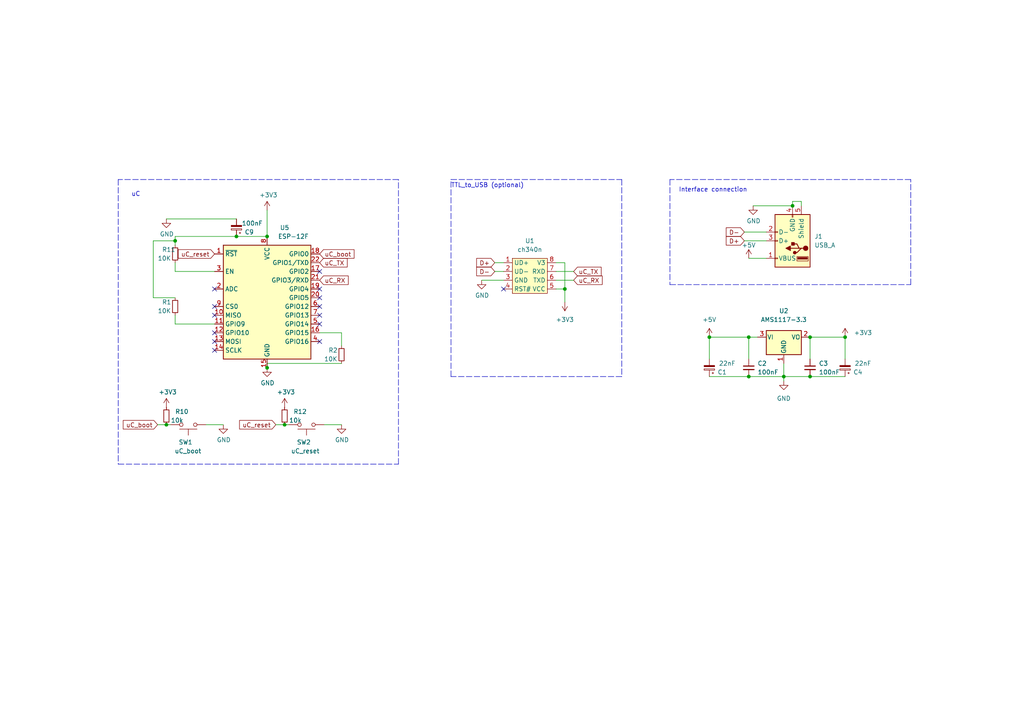
<source format=kicad_sch>
(kicad_sch (version 20211123) (generator eeschema)
  (paper "A4")
  (title_block (title "Fullaxis") (date "2021-03-10") (rev "1") (company "David Ávila Quezada") (comment 2 "www.github.com/debaq/fullaxis") (comment 4 "Receptor sistema de evaluación del equilibrio"))
  (lib_symbols
    (symbol "Connector:USB_A" (pin_names (offset 1.016))
      (property "Reference" "J" (at -5.08 11.43 0))
      (property "Value" "USB_A" (at -5.08 8.89 0))
      (symbol "USB_A_0_1"
        (rectangle (start -5.08 -7.62) (end 5.08 7.62) (stroke (width 0.254)) (fill (type background)))
        (circle (center -3.81 2.159) (radius 0.635) (stroke (width 0.254)) (fill (type outline)))
        (rectangle (start -1.524 4.826) (end -4.318 5.334) (fill (type outline)))
        (rectangle (start -1.27 4.572) (end -4.572 5.842))
        (circle (center -0.635 3.429) (radius 0.381) (stroke (width 0.254)) (fill (type outline)))
        (rectangle (start -0.127 -7.62) (end 0.127 -6.858))
        (polyline (pts (xy -3.175 2.159) (xy -2.54 2.159) (xy -1.27 3.429) (xy -0.635 3.429)) (stroke (width 0.254)))
        (polyline (pts (xy -2.54 2.159) (xy -1.905 2.159) (xy -1.27 0.889) (xy 0 0.889)) (stroke (width 0.254)))
        (polyline (pts (xy 0.635 2.794) (xy 0.635 1.524) (xy 1.905 2.159) (xy 0.635 2.794)) (stroke (width 0.254)) (fill (type outline)))
        (rectangle (start 0.254 1.27) (end -0.508 0.508) (stroke (width 0.254)) (fill (type outline)))
        (rectangle (start 5.08 -2.667) (end 4.318 -2.413))
        (rectangle (start 5.08 -0.127) (end 4.318 0.127))
        (rectangle (start 5.08 4.953) (end 4.318 5.207))
      )
      (symbol "USB_A_1_1"
        (polyline (pts (xy -1.905 2.159) (xy 0.635 2.159)) (stroke (width 0.254)))
        (pin power_in line (at 7.62 5.08 180) (length 2.54) (name "VBUS") (number "1"))
        (pin bidirectional line (at 7.62 -2.54 180) (length 2.54) (name "D-") (number "2"))
        (pin bidirectional line (at 7.62 0 180) (length 2.54) (name "D+") (number "3"))
        (pin power_in line (at 0 -10.16 90) (length 2.54) (name "GND") (number "4"))
        (pin passive line (at -2.54 -10.16 90) (length 2.54) (name "Shield") (number "5"))
      )
    )
    (symbol "Device:CP_Small" (pin_numbers hide) (pin_names (offset 0.254) hide)
      (property "Reference" "C" (at 0.254 1.778 0))
      (property "Value" "Device_CP_Small" (at 0.254 -2.032 0))
      (symbol "CP_Small_0_1"
        (rectangle (start -1.524 -0.3048) (end 1.524 -0.6858) (fill (type outline)))
        (rectangle (start -1.524 0.6858) (end 1.524 0.3048))
        (polyline (pts (xy -1.27 1.524) (xy -0.762 1.524)))
        (polyline (pts (xy -1.016 1.27) (xy -1.016 1.778)))
      )
      (symbol "CP_Small_1_1"
        (pin passive line (at 0 2.54 270) (length 1.8542) (name "~") (number "1"))
        (pin passive line (at 0 -2.54 90) (length 1.8542) (name "~") (number "2"))
      )
    )
    (symbol "Device:C_Small" (pin_numbers hide) (pin_names (offset 0.254) hide)
      (property "Reference" "C" (at 0.254 1.778 0))
      (property "Value" "C_Small" (at 0.254 -2.032 0))
      (symbol "C_Small_0_1"
        (polyline (pts (xy -1.524 -0.508) (xy 1.524 -0.508)) (stroke (width 0.3302)))
        (polyline (pts (xy -1.524 0.508) (xy 1.524 0.508)) (stroke (width 0.3048)))
      )
      (symbol "C_Small_1_1"
        (pin passive line (at 0 2.54 270) (length 2.032) (name "~") (number "1"))
        (pin passive line (at 0 -2.54 90) (length 2.032) (name "~") (number "2"))
      )
    )
    (symbol "Device:R_Small" (pin_numbers hide) (pin_names (offset 0.254) hide)
      (property "Reference" "R" (at 0.762 0.508 0))
      (property "Value" "R_Small" (at 0.762 -1.016 0))
      (symbol "R_Small_0_1"
        (rectangle (start -0.762 1.778) (end 0.762 -1.778) (stroke (width 0.2032)))
      )
      (symbol "R_Small_1_1"
        (pin passive line (at 0 2.54 270) (length 0.762) (name "~") (number "1"))
        (pin passive line (at 0 -2.54 90) (length 0.762) (name "~") (number "2"))
      )
    )
    (symbol "RF_Module:ESP-12F"
      (property "Reference" "U" (at -12.7 19.05 0))
      (property "Value" "ESP-12F" (at 12.7 19.05 0))
      (symbol "ESP-12F_0_1"
        (rectangle (start -12.7 17.78) (end 12.7 -15.24) (stroke (width 0.254)) (fill (type background)))
      )
      (symbol "ESP-12F_1_1"
        (pin input line (at -15.24 15.24 0) (length 2.54) (name "~{RST}") (number "1"))
        (pin bidirectional line (at -15.24 -2.54 0) (length 2.54) (name "MISO") (number "10"))
        (pin bidirectional line (at -15.24 -5.08 0) (length 2.54) (name "GPIO9") (number "11"))
        (pin bidirectional line (at -15.24 -7.62 0) (length 2.54) (name "GPIO10") (number "12"))
        (pin bidirectional line (at -15.24 -10.16 0) (length 2.54) (name "MOSI") (number "13"))
        (pin bidirectional line (at -15.24 -12.7 0) (length 2.54) (name "SCLK") (number "14"))
        (pin power_in line (at 0 -17.78 90) (length 2.54) (name "GND") (number "15"))
        (pin bidirectional line (at 15.24 -7.62 180) (length 2.54) (name "GPIO15") (number "16"))
        (pin bidirectional line (at 15.24 10.16 180) (length 2.54) (name "GPIO2") (number "17"))
        (pin bidirectional line (at 15.24 15.24 180) (length 2.54) (name "GPIO0") (number "18"))
        (pin bidirectional line (at 15.24 5.08 180) (length 2.54) (name "GPIO4") (number "19"))
        (pin input line (at -15.24 5.08 0) (length 2.54) (name "ADC") (number "2"))
        (pin bidirectional line (at 15.24 2.54 180) (length 2.54) (name "GPIO5") (number "20"))
        (pin bidirectional line (at 15.24 7.62 180) (length 2.54) (name "GPIO3/RXD") (number "21"))
        (pin bidirectional line (at 15.24 12.7 180) (length 2.54) (name "GPIO1/TXD") (number "22"))
        (pin input line (at -15.24 10.16 0) (length 2.54) (name "EN") (number "3"))
        (pin bidirectional line (at 15.24 -10.16 180) (length 2.54) (name "GPIO16") (number "4"))
        (pin bidirectional line (at 15.24 -5.08 180) (length 2.54) (name "GPIO14") (number "5"))
        (pin bidirectional line (at 15.24 0 180) (length 2.54) (name "GPIO12") (number "6"))
        (pin bidirectional line (at 15.24 -2.54 180) (length 2.54) (name "GPIO13") (number "7"))
        (pin power_in line (at 0 20.32 270) (length 2.54) (name "VCC") (number "8"))
        (pin input line (at -15.24 0 0) (length 2.54) (name "CS0") (number "9"))
      )
    )
    (symbol "Regulator_Linear:AMS1117-3.3" (pin_names (offset 0.254))
      (property "Reference" "U" (at -3.81 3.175 0))
      (property "Value" "AMS1117-3.3" (at 0 3.175 0))
      (symbol "AMS1117-3.3_0_1"
        (rectangle (start -5.08 -5.08) (end 5.08 1.905) (stroke (width 0.254)) (fill (type background)))
      )
      (symbol "AMS1117-3.3_1_1"
        (pin power_in line (at 0 -7.62 90) (length 2.54) (name "GND") (number "1"))
        (pin power_out line (at 7.62 0 180) (length 2.54) (name "VO") (number "2"))
        (pin power_in line (at -7.62 0 0) (length 2.54) (name "VI") (number "3"))
      )
    )
    (symbol "Switch:SW_Push" (pin_numbers hide) (pin_names (offset 1.016) hide)
      (property "Reference" "SW" (at 1.27 2.54 0))
      (property "Value" "SW_Push" (at 0 -1.524 0))
      (symbol "SW_Push_0_1"
        (circle (center -2.032 0) (radius 0.508))
        (polyline (pts (xy 0 1.27) (xy 0 3.048)))
        (polyline (pts (xy 2.54 1.27) (xy -2.54 1.27)))
        (circle (center 2.032 0) (radius 0.508))
        (pin passive line (at -5.08 0 0) (length 2.54) (name "1") (number "1"))
        (pin passive line (at 5.08 0 180) (length 2.54) (name "2") (number "2"))
      )
    )
    (symbol "ch340:ch340n"
      (property "Reference" "U" (at 7.62 3.81 0))
      (property "Value" "ch340n" (at 1.27 3.81 0))
      (symbol "ch340n_0_1"
        (rectangle (start -2.54 2.54) (end 7.62 -7.62) (fill (type background)))
      )
      (symbol "ch340n_1_1"
        (pin bidirectional line (at -5.08 1.27 0) (length 2.54) (name "UD+") (number "1"))
        (pin bidirectional line (at -5.08 -1.27 0) (length 2.54) (name "UD-") (number "2"))
        (pin power_in line (at -5.08 -3.81 0) (length 2.54) (name "GND") (number "3"))
        (pin input line (at -5.08 -6.35 0) (length 2.54) (name "RST#") (number "4"))
        (pin power_in line (at 10.16 -6.35 180) (length 2.54) (name "VCC") (number "5"))
        (pin output line (at 10.16 -3.81 180) (length 2.54) (name "TXD") (number "6"))
        (pin input line (at 10.16 -1.27 180) (length 2.54) (name "RXD") (number "7"))
        (pin power_out line (at 10.16 1.27 180) (length 2.54) (name "V3") (number "8"))
      )
    )
    (symbol "power:+3.3V" (power) (pin_names (offset 0))
      (property "Value" "+3.3V" (at 0 3.556 0))
      (symbol "+3.3V_0_1"
        (polyline (pts (xy -0.762 1.27) (xy 0 2.54)))
        (polyline (pts (xy 0 0) (xy 0 2.54)))
        (polyline (pts (xy 0 2.54) (xy 0.762 1.27)))
      )
      (symbol "+3.3V_1_1"
        (pin power_in line (at 0 0 90) (length 0) hide (name "+3V3") (number "1"))
      )
    )
    (symbol "power:+5V" (power) (pin_names (offset 0))
      (property "Value" "+5V" (at 0 3.556 0))
      (symbol "+5V_0_1"
        (polyline (pts (xy -0.762 1.27) (xy 0 2.54)))
        (polyline (pts (xy 0 0) (xy 0 2.54)))
        (polyline (pts (xy 0 2.54) (xy 0.762 1.27)))
      )
      (symbol "+5V_1_1"
        (pin power_in line (at 0 0 90) (length 0) hide (name "+5V") (number "1"))
      )
    )
    (symbol "power:GND" (power) (pin_names (offset 0))
      (property "Value" "GND" (at 0 -3.81 0))
      (symbol "GND_0_1"
        (polyline (pts (xy 0 0) (xy 0 -1.27) (xy 1.27 -1.27) (xy 0 -2.54) (xy -1.27 -1.27) (xy 0 -1.27)))
      )
      (symbol "GND_1_1"
        (pin power_in line (at 0 0 270) (length 0) hide (name "GND") (number "1"))
      )
    )
  )
  (junction (at 205.74 97.79))
  (junction (at 217.17 109.22))
  (junction (at 234.95 109.22))
  (junction (at 217.17 97.79))
  (junction (at 77.47 68.58))
  (junction (at 77.47 106.68))
  (junction (at 48.26 123.19))
  (junction (at 227.33 109.22))
  (junction (at 50.8 69.85))
  (junction (at 229.87 59.69))
  (junction (at 82.55 123.19))
  (junction (at 68.58 68.58))
  (junction (at 245.11 97.79))
  (junction (at 163.83 83.82))
  (junction (at 234.95 97.79))
  (no_connect (at 92.71 78.74))
  (no_connect (at 92.71 99.06))
  (no_connect (at 92.71 83.82))
  (no_connect (at 92.71 86.36))
  (no_connect (at 92.71 88.9))
  (no_connect (at 92.71 91.44))
  (no_connect (at 92.71 93.98))
  (no_connect (at 146.05 83.82))
  (no_connect (at 62.23 83.82))
  (no_connect (at 62.23 101.6))
  (no_connect (at 62.23 99.06))
  (no_connect (at 62.23 96.52))
  (no_connect (at 62.23 91.44))
  (no_connect (at 62.23 88.9))
  (polyline (pts (xy 34.29 134.62) (xy 115.57 134.62)))
  (wire (pts (xy 62.23 93.98) (xy 50.8 93.98)))
  (wire (pts (xy 205.74 97.79) (xy 217.17 97.79)))
  (polyline (pts (xy 115.57 134.62) (xy 115.57 52.07)))
  (wire (pts (xy 205.74 97.79) (xy 205.74 104.14)))
  (wire (pts (xy 227.33 109.22) (xy 227.33 110.49)))
  (wire (pts (xy 245.11 97.79) (xy 245.11 104.14)))
  (wire (pts (xy 50.8 93.98) (xy 50.8 91.44)))
  (polyline (pts (xy 180.34 109.22) (xy 130.81 109.22)))
  (wire (pts (xy 227.33 109.22) (xy 234.95 109.22)))
  (wire (pts (xy 232.41 58.42) (xy 229.87 58.42)))
  (wire (pts (xy 217.17 97.79) (xy 219.71 97.79)))
  (wire (pts (xy 234.95 97.79) (xy 234.95 104.14)))
  (wire (pts (xy 99.06 100.33) (xy 99.06 96.52)))
  (wire (pts (xy 50.8 69.85) (xy 50.8 71.12)))
  (polyline (pts (xy 115.57 52.07) (xy 34.29 52.07)))
  (wire (pts (xy 50.8 86.36) (xy 44.45 86.36)))
  (wire (pts (xy 229.87 58.42) (xy 229.87 59.69)))
  (wire (pts (xy 99.06 105.41) (xy 77.47 105.41)))
  (polyline (pts (xy 194.31 82.55) (xy 264.16 82.55)))
  (wire (pts (xy 50.8 76.2) (xy 50.8 78.74)))
  (wire (pts (xy 139.7 81.28) (xy 146.05 81.28)))
  (wire (pts (xy 163.83 83.82) (xy 161.29 83.82)))
  (wire (pts (xy 161.29 76.2) (xy 163.83 76.2)))
  (wire (pts (xy 217.17 109.22) (xy 227.33 109.22)))
  (wire (pts (xy 77.47 68.58) (xy 68.58 68.58)))
  (wire (pts (xy 163.83 83.82) (xy 163.83 87.63)))
  (wire (pts (xy 222.25 67.31) (xy 215.9 67.31)))
  (wire (pts (xy 163.83 76.2) (xy 163.83 83.82)))
  (wire (pts (xy 99.06 96.52) (xy 92.71 96.52)))
  (wire (pts (xy 59.69 123.19) (xy 64.77 123.19)))
  (polyline (pts (xy 264.16 82.55) (xy 264.16 52.07)))
  (wire (pts (xy 227.33 105.41) (xy 227.33 109.22)))
  (wire (pts (xy 217.17 97.79) (xy 217.17 104.14)))
  (wire (pts (xy 77.47 68.58) (xy 77.47 60.96)))
  (wire (pts (xy 234.95 97.79) (xy 245.11 97.79)))
  (polyline (pts (xy 180.34 52.07) (xy 180.34 109.22)))
  (wire (pts (xy 77.47 105.41) (xy 77.47 106.68)))
  (polyline (pts (xy 194.31 52.07) (xy 194.31 82.55)))
  (wire (pts (xy 146.05 78.74) (xy 143.51 78.74)))
  (wire (pts (xy 50.8 78.74) (xy 62.23 78.74)))
  (wire (pts (xy 48.26 63.5) (xy 68.58 63.5)))
  (wire (pts (xy 205.74 109.22) (xy 217.17 109.22)))
  (wire (pts (xy 166.37 78.74) (xy 161.29 78.74)))
  (wire (pts (xy 234.95 109.22) (xy 245.11 109.22)))
  (wire (pts (xy 229.87 59.69) (xy 218.44 59.69)))
  (wire (pts (xy 44.45 69.85) (xy 50.8 69.85)))
  (wire (pts (xy 83.82 123.19) (xy 82.55 123.19)))
  (wire (pts (xy 215.9 69.85) (xy 222.25 69.85)))
  (wire (pts (xy 50.8 68.58) (xy 68.58 68.58)))
  (wire (pts (xy 222.25 74.93) (xy 217.17 74.93)))
  (polyline (pts (xy 34.29 52.07) (xy 34.29 134.62)))
  (wire (pts (xy 48.26 123.19) (xy 49.53 123.19)))
  (polyline (pts (xy 264.16 52.07) (xy 194.31 52.07)))
  (wire (pts (xy 50.8 68.58) (xy 50.8 69.85)))
  (polyline (pts (xy 130.81 52.07) (xy 180.34 52.07)))
  (wire (pts (xy 93.98 123.19) (xy 99.06 123.19)))
  (wire (pts (xy 44.45 86.36) (xy 44.45 69.85)))
  (wire (pts (xy 232.41 59.69) (xy 232.41 58.42)))
  (wire (pts (xy 82.55 123.19) (xy 80.01 123.19)))
  (wire (pts (xy 146.05 76.2) (xy 143.51 76.2)))
  (polyline (pts (xy 130.81 109.22) (xy 130.81 52.07)))
  (wire (pts (xy 166.37 81.28) (xy 161.29 81.28)))
  (wire (pts (xy 48.26 123.19) (xy 45.72 123.19)))
  (text "TTL_to_USB (optional)" (at 130.81 54.61 0) (effects (font (size 1.27 1.27)) (justify left bottom)))
  (text "Interface connection" (at 196.85 55.88 0) (effects (font (size 1.27 1.27)) (justify left bottom)))
  (text "uC" (at 38.1 57.15 0) (effects (font (size 1.27 1.27)) (justify left bottom)))
  (global_label "D+" (shape input) (at 143.51 76.2 180) (property "Referencias entre hojas" "${INTERSHEET_REFS}" (effects hide)))
  (global_label "uC_reset" (shape input) (at 62.23 73.66 180) (property "Referencias entre hojas" "${INTERSHEET_REFS}" (effects hide)))
  (global_label "D-" (shape input) (at 215.9 67.31 180) (property "Referencias entre hojas" "${INTERSHEET_REFS}" (effects hide)))
  (global_label "uC_TX" (shape input) (at 92.71 76.2 0) (property "Referencias entre hojas" "${INTERSHEET_REFS}" (effects hide)))
  (global_label "uC_reset" (shape input) (at 80.01 123.19 180) (property "Referencias entre hojas" "${INTERSHEET_REFS}" (effects hide)))
  (global_label "uC_RX" (shape input) (at 92.71 81.28 0) (property "Referencias entre hojas" "${INTERSHEET_REFS}" (effects hide)))
  (global_label "uC_boot" (shape input) (at 92.71 73.66 0) (property "Referencias entre hojas" "${INTERSHEET_REFS}" (effects hide)))
  (global_label "uC_RX" (shape input) (at 166.37 81.28 0) (property "Referencias entre hojas" "${INTERSHEET_REFS}" (effects hide)))
  (global_label "uC_boot" (shape input) (at 45.72 123.19 180) (property "Referencias entre hojas" "${INTERSHEET_REFS}" (effects hide)))
  (global_label "uC_TX" (shape input) (at 166.37 78.74 0) (property "Referencias entre hojas" "${INTERSHEET_REFS}" (effects hide)))
  (global_label "D-" (shape input) (at 143.51 78.74 180) (property "Referencias entre hojas" "${INTERSHEET_REFS}" (effects hide)))
  (global_label "D+" (shape input) (at 215.9 69.85 180) (property "Referencias entre hojas" "${INTERSHEET_REFS}" (effects hide)))
  (symbol (lib_id "RF_Module:ESP-12F") (at 77.47 88.9 0) (unit 1)
    (property "Reference" "U5" (at 82.55 66.04 0))
    (property "Value" "ESP-12F" (at 85.09 68.58 0))
    (property "Footprint" "RF_Module:ESP-12E" (effects hide))
    (property "Datasheet" "http://wiki.ai-thinker.com/_media/esp8266/esp8266_series_modules_user_manual_v1.1.pdf" (effects hide))
  )
  (symbol (lib_id "power:GND") (at 48.26 63.5 0) (unit 1)
    (property "Reference" "#PWR0123" (effects hide))
    (property "Value" "GND" (at 48.387 67.8942 0))
  )
  (symbol (lib_id "power:GND") (at 218.44 59.69 0) (unit 1)
    (property "Reference" "#PWR0104" (effects hide))
    (property "Value" "GND" (at 218.567 64.0842 0))
  )
  (symbol (lib_id "power:+5V") (at 217.17 74.93 0) (unit 1)
    (property "Reference" "#PWR0105" (effects hide))
    (property "Value" "+5V" (at 217.17 71.12 0))
  )
  (symbol (lib_id "power:+3.3V") (at 77.47 60.96 0) (unit 1)
    (property "Reference" "#PWR0112" (effects hide))
    (property "Value" "+3.3V" (at 77.851 56.5658 0))
  )
  (symbol (lib_id "power:GND") (at 77.47 106.68 0) (unit 1)
    (property "Reference" "#PWR0114" (effects hide))
    (property "Value" "GND" (at 77.597 111.0742 0))
  )
  (symbol (lib_id "Switch:SW_Push") (at 54.61 123.19 180) (unit 1)
    (property "Reference" "SW1" (at 55.88 128.27 0) (effects (justify left)))
    (property "Value" "uC_boot" (at 58.42 130.81 0) (effects (justify left)))
    (property "Footprint" "Switches:TACTILE_SWITCH_SMD_6.0X3.5MM" (effects hide))
  )
  (symbol (lib_id "power:GND") (at 64.77 123.19 0) (unit 1)
    (property "Reference" "#PWR0115" (effects hide))
    (property "Value" "GND" (at 64.897 127.5842 0))
  )
  (symbol (lib_id "Switch:SW_Push") (at 88.9 123.19 180) (unit 1)
    (property "Reference" "SW2" (at 90.17 128.27 0) (effects (justify left)))
    (property "Value" "uC_reset" (at 92.71 130.81 0) (effects (justify left)))
    (property "Footprint" "Switches:TACTILE_SWITCH_SMD_6.0X3.5MM" (effects hide))
  )
  (symbol (lib_id "power:GND") (at 99.06 123.19 0) (unit 1)
    (property "Reference" "#PWR0116" (effects hide))
    (property "Value" "GND" (at 99.187 127.5842 0))
  )
  (symbol (lib_id "Device:R_Small") (at 82.55 120.65 0) (mirror y) (unit 1)
    (property "Reference" "R12" (at 85.09 119.38 0) (effects (justify right)))
    (property "Value" "10k" (at 83.82 121.92 0) (effects (justify right)))
    (property "Footprint" "Resistor_SMD:R_1206_3216Metric_Pad1.30x1.75mm_HandSolder" (effects hide))
  )
  (symbol (lib_id "power:+3.3V") (at 82.55 118.11 0) (unit 1)
    (property "Reference" "#PWR0117" (effects hide))
    (property "Value" "+3.3V" (at 82.931 113.7158 0))
  )
  (symbol (lib_id "Device:R_Small") (at 50.8 73.66 0) (unit 1)
    (property "Reference" "R11" (at 46.99 72.39 0) (effects (justify left)))
    (property "Value" "10K" (at 45.72 74.93 0) (effects (justify left)))
    (property "Footprint" "Resistor_SMD:R_1206_3216Metric_Pad1.30x1.75mm_HandSolder" (effects hide))
  )
  (symbol (lib_id "Device:R_Small") (at 48.26 120.65 0) (mirror y) (unit 1)
    (property "Reference" "R10" (at 50.8 119.38 0) (effects (justify right)))
    (property "Value" "10k" (at 49.53 121.92 0) (effects (justify right)))
    (property "Footprint" "Resistor_SMD:R_1206_3216Metric_Pad1.30x1.75mm_HandSolder" (effects hide))
  )
  (symbol (lib_id "power:+3.3V") (at 48.26 118.11 0) (unit 1)
    (property "Reference" "#PWR0118" (effects hide))
    (property "Value" "+3.3V" (at 48.641 113.7158 0))
  )
  (symbol (lib_id "Device:CP_Small") (at 68.58 66.04 180) (unit 1)
    (property "Reference" "C9" (at 73.66 67.31 0) (effects (justify left)))
    (property "Value" "100nF" (at 76.2 64.77 0) (effects (justify left)))
    (property "Footprint" "Capacitor_SMD:C_1206_3216Metric_Pad1.33x1.80mm_HandSolder" (effects hide))
  )
  (symbol (lib_id "ch340:ch340n") (at 151.13 77.47 0) (unit 1)
    (property "Reference" "U1" (at 153.67 69.85 0))
    (property "Value" "ch340n" (at 153.67 72.39 0))
    (property "Footprint" "ch340:SOIC-10" (effects hide))
  )
  (symbol (lib_id "power:+3.3V") (at 245.11 97.79 0) (unit 1)
    (property "Reference" "#PWR05" (effects hide))
    (property "Value" "+3.3V" (at 247.65 96.5199 0) (effects (justify left)))
  )
  (symbol (lib_id "Device:R_Small") (at 99.06 102.87 0) (unit 1)
    (property "Reference" "R2" (at 95.25 101.6 0) (effects (justify left)))
    (property "Value" "10K" (at 93.98 104.14 0) (effects (justify left)))
    (property "Footprint" "Resistor_SMD:R_1206_3216Metric_Pad1.30x1.75mm_HandSolder" (effects hide))
  )
  (symbol (lib_id "Device:R_Small") (at 50.8 88.9 0) (unit 1)
    (property "Reference" "R1" (at 46.99 87.63 0) (effects (justify left)))
    (property "Value" "10K" (at 45.72 90.17 0) (effects (justify left)))
    (property "Footprint" "Resistor_SMD:R_1206_3216Metric_Pad1.30x1.75mm_HandSolder" (effects hide))
  )
  (symbol (lib_id "Device:CP_Small") (at 245.11 106.68 180) (unit 1)
    (property "Reference" "C4" (at 250.19 107.95 0) (effects (justify left)))
    (property "Value" "22nF" (at 252.73 105.41 0) (effects (justify left)))
    (property "Footprint" "Capacitor_SMD:C_1206_3216Metric_Pad1.33x1.80mm_HandSolder" (effects hide))
  )
  (symbol (lib_id "Regulator_Linear:AMS1117-3.3") (at 227.33 97.79 0) (unit 1)
    (property "Reference" "U2" (at 227.33 90.17 0))
    (property "Value" "AMS1117-3.3" (at 227.33 92.71 0))
    (property "Footprint" "Package_TO_SOT_SMD:SOT-223-3_TabPin2" (effects hide))
    (property "Datasheet" "http://www.advanced-monolithic.com/pdf/ds1117.pdf" (effects hide))
  )
  (symbol (lib_id "Connector:USB_A") (at 229.87 69.85 180) (unit 1)
    (property "Reference" "J1" (at 236.22 68.5799 0) (effects (justify right)))
    (property "Value" "USB_A" (at 236.22 71.1199 0) (effects (justify right)))
    (property "Footprint" "Connector_USB:USB_A_CONNFLY_DS1095-WNR0" (effects hide))
    (property "Datasheet" " ~" (effects hide))
  )
  (symbol (lib_id "power:GND") (at 227.33 110.49 0) (unit 1)
    (property "Reference" "#PWR04" (effects hide))
    (property "Value" "GND" (at 227.33 115.57 0))
  )
  (symbol (lib_id "power:+5V") (at 205.74 97.79 0) (unit 1)
    (property "Reference" "#PWR03" (effects hide))
    (property "Value" "+5V" (at 205.74 92.71 0))
  )
  (symbol (lib_id "power:+3.3V") (at 163.83 87.63 180) (unit 1)
    (property "Reference" "#PWR02" (effects hide))
    (property "Value" "+3.3V" (at 163.83 92.71 0))
  )
  (symbol (lib_id "Device:C_Small") (at 217.17 106.68 0) (unit 1)
    (property "Reference" "C2" (at 219.71 105.4162 0) (effects (justify left)))
    (property "Value" "100nF" (at 219.71 107.9562 0) (effects (justify left)))
    (property "Footprint" "Capacitor_SMD:C_1210_3225Metric_Pad1.33x2.70mm_HandSolder" (effects hide))
  )
  (symbol (lib_id "Device:CP_Small") (at 205.74 106.68 180) (unit 1)
    (property "Reference" "C1" (at 210.82 107.95 0) (effects (justify left)))
    (property "Value" "22nF" (at 213.36 105.41 0) (effects (justify left)))
    (property "Footprint" "Capacitor_SMD:C_1206_3216Metric_Pad1.33x1.80mm_HandSolder" (effects hide))
  )
  (symbol (lib_id "Device:C_Small") (at 234.95 106.68 0) (unit 1)
    (property "Reference" "C3" (at 237.49 105.4162 0) (effects (justify left)))
    (property "Value" "100nF" (at 237.49 107.9562 0) (effects (justify left)))
    (property "Footprint" "Capacitor_SMD:C_1210_3225Metric_Pad1.33x2.70mm_HandSolder" (effects hide))
  )
  (symbol (lib_id "power:GND") (at 139.7 81.28 0) (unit 1)
    (property "Reference" "#PWR01" (effects hide))
    (property "Value" "GND" (at 139.827 85.6742 0))
  )
)
</source>
